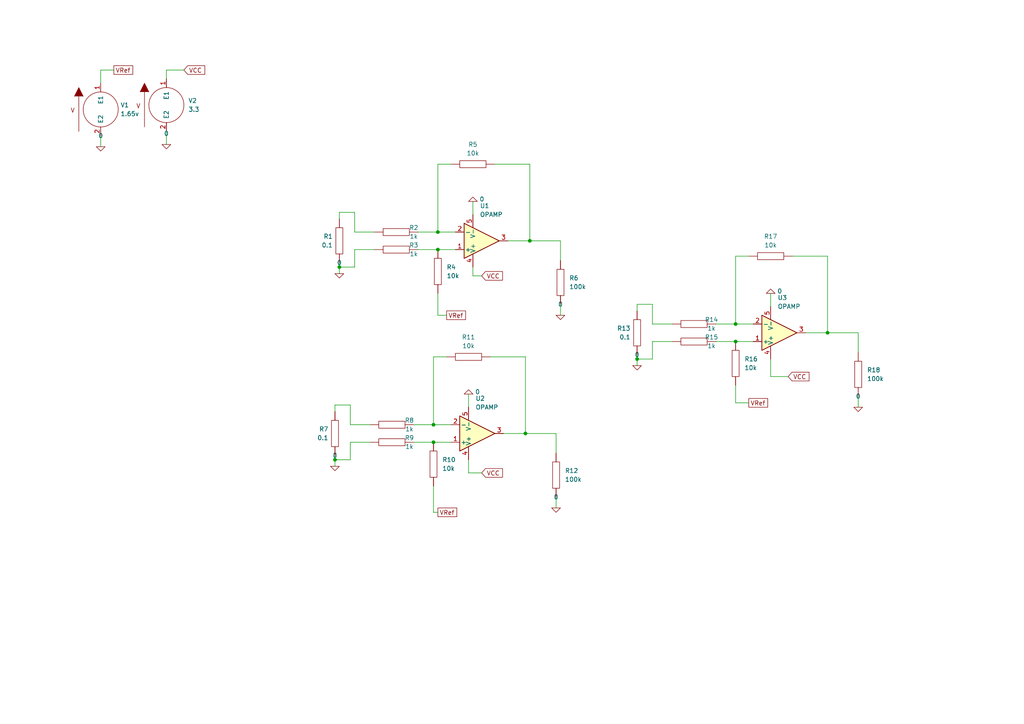
<source format=kicad_sch>
(kicad_sch (version 20211123) (generator eeschema)
  (paper "A4")
  (lib_symbols
    (symbol "pspice:0" (power) (pin_names (offset 0))
      (property "Value" "0" (at 0 -1.778 0))
      (symbol "0_0_1"
        (polyline (pts (xy -1.27 0) (xy 0 -1.27) (xy 1.27 0) (xy -1.27 0)))
      )
      (symbol "0_1_1"
        (pin power_in line (at 0 0 0) (length 0) hide (name "0") (number "1"))
      )
    )
    (symbol "pspice:OPAMP" (pin_names (offset 0.254))
      (property "Reference" "U" (at 3.81 3.175 0))
      (property "Value" "OPAMP" (at 3.81 -3.175 0))
      (symbol "OPAMP_0_1"
        (polyline (pts (xy 5.08 0) (xy -5.08 5.08) (xy -5.08 -5.08) (xy 5.08 0)) (stroke (width 0.254)) (fill (type background)))
      )
      (symbol "OPAMP_1_1"
        (pin input line (at -7.62 2.54 0) (length 2.54) (name "+") (number "1"))
        (pin input line (at -7.62 -2.54 0) (length 2.54) (name "-") (number "2"))
        (pin output line (at 7.62 0 180) (length 2.54) (name "~") (number "3"))
        (pin power_in line (at -2.54 7.62 270) (length 3.81) (name "V+") (number "4"))
        (pin power_in line (at -2.54 -7.62 90) (length 3.81) (name "V-") (number "5"))
      )
    )
    (symbol "pspice:R" (pin_numbers hide) (pin_names (offset 0))
      (property "Reference" "R" (at 2.032 0 90))
      (property "Value" "R" (at 0 0 90))
      (symbol "R_0_1"
        (rectangle (start -1.016 3.81) (end 1.016 -3.81))
      )
      (symbol "R_1_1"
        (pin passive line (at 0 6.35 270) (length 2.54) (name "~") (number "1"))
        (pin passive line (at 0 -6.35 90) (length 2.54) (name "~") (number "2"))
      )
    )
    (symbol "pspice:VSOURCE" (pin_names (offset 1.016))
      (property "Reference" "V" (at -6.35 7.62 0))
      (property "Value" "VSOURCE" (at 0 0 0))
      (symbol "VSOURCE_0_1"
        (polyline (pts (xy -6.35 -6.35) (xy -6.35 3.81)) (fill (type outline)))
        (polyline (pts (xy -7.62 3.81) (xy -6.35 6.35) (xy -5.08 3.81)) (fill (type outline)))
        (circle (center 0 0) (radius 5.08))
        (text "V" (at -8.128 -0.254 0) (effects (font (size 1.27 1.27))))
      )
      (symbol "VSOURCE_1_1"
        (pin input line (at 0 7.62 270) (length 2.54) (name "E1") (number "1"))
        (pin input line (at 0 -7.62 90) (length 2.54) (name "E2") (number "2"))
      )
    )
  )
  (junction (at 184.785 104.14))
  (junction (at 153.67 69.85))
  (junction (at 213.36 99.06))
  (junction (at 125.73 128.27))
  (junction (at 152.4 125.73))
  (junction (at 213.36 93.98))
  (junction (at 125.73 123.19))
  (junction (at 97.155 133.35))
  (junction (at 127 67.31))
  (junction (at 127 72.39))
  (junction (at 240.03 96.52))
  (junction (at 98.425 77.47))
  (wire (pts (xy 184.785 102.87) (xy 184.785 104.14)))
  (wire (pts (xy 229.87 74.295) (xy 240.03 74.295)))
  (wire (pts (xy 137.16 77.47) (xy 137.16 80.01)))
  (wire (pts (xy 127 72.39) (xy 132.08 72.39)))
  (wire (pts (xy 125.73 123.19) (xy 130.81 123.19)))
  (wire (pts (xy 162.56 88.265) (xy 162.56 91.44)))
  (wire (pts (xy 213.36 93.98) (xy 218.44 93.98)))
  (wire (pts (xy 184.785 104.14) (xy 184.785 106.045)))
  (wire (pts (xy 248.92 114.935) (xy 248.92 118.11)))
  (wire (pts (xy 233.68 96.52) (xy 240.03 96.52)))
  (wire (pts (xy 207.645 99.06) (xy 213.36 99.06)))
  (wire (pts (xy 125.73 103.505) (xy 125.73 123.19)))
  (wire (pts (xy 184.785 88.265) (xy 184.785 90.17)))
  (wire (pts (xy 135.89 114.3) (xy 135.89 118.11)))
  (wire (pts (xy 102.87 61.595) (xy 98.425 61.595)))
  (wire (pts (xy 162.56 69.85) (xy 162.56 75.565)))
  (wire (pts (xy 130.81 47.625) (xy 127 47.625)))
  (wire (pts (xy 101.6 117.475) (xy 97.155 117.475)))
  (wire (pts (xy 161.29 144.145) (xy 161.29 147.32)))
  (wire (pts (xy 228.6 109.22) (xy 223.52 109.22)))
  (wire (pts (xy 213.36 99.06) (xy 218.44 99.06)))
  (wire (pts (xy 189.23 88.265) (xy 184.785 88.265)))
  (wire (pts (xy 120.015 123.19) (xy 125.73 123.19)))
  (wire (pts (xy 48.26 38.1) (xy 48.26 41.91)))
  (wire (pts (xy 125.73 128.27) (xy 130.81 128.27)))
  (wire (pts (xy 137.16 80.01) (xy 139.7 80.01)))
  (wire (pts (xy 207.645 93.98) (xy 213.36 93.98)))
  (wire (pts (xy 194.945 93.98) (xy 189.23 93.98)))
  (wire (pts (xy 135.89 133.35) (xy 135.89 137.16)))
  (wire (pts (xy 248.92 96.52) (xy 248.92 102.235)))
  (wire (pts (xy 213.36 116.84) (xy 217.17 116.84)))
  (wire (pts (xy 98.425 77.47) (xy 98.425 79.375)))
  (wire (pts (xy 129.54 103.505) (xy 125.73 103.505)))
  (wire (pts (xy 223.52 109.22) (xy 223.52 104.14)))
  (wire (pts (xy 240.03 74.295) (xy 240.03 96.52)))
  (wire (pts (xy 101.6 123.19) (xy 101.6 117.475)))
  (wire (pts (xy 53.34 20.32) (xy 48.26 20.32)))
  (wire (pts (xy 97.155 117.475) (xy 97.155 119.38)))
  (wire (pts (xy 108.585 67.31) (xy 102.87 67.31)))
  (wire (pts (xy 153.67 69.85) (xy 162.56 69.85)))
  (wire (pts (xy 213.36 111.76) (xy 213.36 116.84)))
  (wire (pts (xy 48.26 20.32) (xy 48.26 22.86)))
  (wire (pts (xy 125.73 140.97) (xy 125.73 148.59)))
  (wire (pts (xy 189.23 104.14) (xy 184.785 104.14)))
  (wire (pts (xy 223.52 85.09) (xy 223.52 88.9)))
  (wire (pts (xy 121.285 72.39) (xy 127 72.39)))
  (wire (pts (xy 137.16 58.42) (xy 137.16 62.23)))
  (wire (pts (xy 146.05 125.73) (xy 152.4 125.73)))
  (wire (pts (xy 152.4 103.505) (xy 152.4 125.73)))
  (wire (pts (xy 97.155 132.08) (xy 97.155 133.35)))
  (wire (pts (xy 127 148.59) (xy 125.73 148.59)))
  (wire (pts (xy 213.36 74.295) (xy 213.36 93.98)))
  (wire (pts (xy 108.585 72.39) (xy 102.87 72.39)))
  (wire (pts (xy 101.6 128.27) (xy 101.6 133.35)))
  (wire (pts (xy 152.4 125.73) (xy 161.29 125.73)))
  (wire (pts (xy 142.24 103.505) (xy 152.4 103.505)))
  (wire (pts (xy 107.315 128.27) (xy 101.6 128.27)))
  (wire (pts (xy 98.425 61.595) (xy 98.425 63.5)))
  (wire (pts (xy 127 85.09) (xy 127 91.44)))
  (wire (pts (xy 189.23 93.98) (xy 189.23 88.265)))
  (wire (pts (xy 98.425 76.2) (xy 98.425 77.47)))
  (wire (pts (xy 240.03 96.52) (xy 248.92 96.52)))
  (wire (pts (xy 127 91.44) (xy 129.54 91.44)))
  (wire (pts (xy 102.87 77.47) (xy 98.425 77.47)))
  (wire (pts (xy 102.87 72.39) (xy 102.87 77.47)))
  (wire (pts (xy 135.89 137.16) (xy 139.7 137.16)))
  (wire (pts (xy 29.21 20.32) (xy 29.21 24.13)))
  (wire (pts (xy 143.51 47.625) (xy 153.67 47.625)))
  (wire (pts (xy 194.945 99.06) (xy 189.23 99.06)))
  (wire (pts (xy 120.015 128.27) (xy 125.73 128.27)))
  (wire (pts (xy 153.67 47.625) (xy 153.67 69.85)))
  (wire (pts (xy 33.02 20.32) (xy 29.21 20.32)))
  (wire (pts (xy 107.315 123.19) (xy 101.6 123.19)))
  (wire (pts (xy 97.155 133.35) (xy 97.155 135.255)))
  (wire (pts (xy 127 47.625) (xy 127 67.31)))
  (wire (pts (xy 102.87 67.31) (xy 102.87 61.595)))
  (wire (pts (xy 147.32 69.85) (xy 153.67 69.85)))
  (wire (pts (xy 101.6 133.35) (xy 97.155 133.35)))
  (wire (pts (xy 189.23 99.06) (xy 189.23 104.14)))
  (wire (pts (xy 121.285 67.31) (xy 127 67.31)))
  (wire (pts (xy 217.17 74.295) (xy 213.36 74.295)))
  (wire (pts (xy 29.21 39.37) (xy 29.21 42.545)))
  (wire (pts (xy 127 67.31) (xy 132.08 67.31)))
  (wire (pts (xy 161.29 125.73) (xy 161.29 131.445)))
  (global_label "VRef" (shape passive) (at 217.17 116.84 0) (property "Intersheet References" "${INTERSHEET_REFS}" (effects hide)))
  (global_label "VRef" (shape passive) (at 33.02 20.32 0) (property "Intersheet References" "${INTERSHEET_REFS}" (effects hide)))
  (global_label "VRef" (shape passive) (at 129.54 91.44 0) (property "Intersheet References" "${INTERSHEET_REFS}" (effects hide)))
  (global_label "VCC" (shape input) (at 53.34 20.32 0) (property "Intersheet References" "${INTERSHEET_REFS}" (effects hide)))
  (global_label "VRef" (shape passive) (at 127 148.59 0) (property "Intersheet References" "${INTERSHEET_REFS}" (effects hide)))
  (global_label "VCC" (shape input) (at 228.6 109.22 0) (property "Intersheet References" "${INTERSHEET_REFS}" (effects hide)))
  (global_label "VCC" (shape input) (at 139.7 137.16 0) (property "Intersheet References" "${INTERSHEET_REFS}" (effects hide)))
  (global_label "VCC" (shape input) (at 139.7 80.01 0) (property "Intersheet References" "${INTERSHEET_REFS}" (effects hide)))
  (symbol (lib_id "pspice:R") (at 137.16 47.625 90) (unit 1)
    (property "Reference" "R5" (at 137.16 41.91 90))
    (property "Value" "10k" (at 137.16 44.45 90))
  )
  (symbol (lib_id "pspice:R") (at 113.665 128.27 90) (unit 1)
    (property "Reference" "R9" (at 118.745 127 90))
    (property "Value" "1k" (at 118.745 129.54 90))
  )
  (symbol (lib_id "pspice:R") (at 98.425 69.85 0) (mirror x) (unit 1)
    (property "Reference" "R1" (at 96.52 68.5799 0) (effects (justify right)))
    (property "Value" "0.1" (at 96.52 71.1199 0) (effects (justify right)))
  )
  (symbol (lib_id "pspice:OPAMP") (at 138.43 125.73 0) (mirror x) (unit 1)
    (property "Reference" "U2" (at 137.9094 115.57 0) (effects (justify left)))
    (property "Value" "OPAMP" (at 137.9094 118.11 0) (effects (justify left)))
    (property "Spice_Primitive" "X" (effects hide))
    (property "Spice_Model" "uopamp_lvl2" (effects hide))
    (property "Spice_Netlist_Enabled" "Y" (effects hide))
    (property "Spice_Lib_File" "uopamp_v1.1.lib" (effects hide))
    (property "Spice_Node_Sequence" "1 2 4 5 3" (effects hide))
  )
  (symbol (lib_id "pspice:R") (at 113.665 123.19 90) (unit 1)
    (property "Reference" "R8" (at 118.745 121.92 90))
    (property "Value" "1k" (at 118.745 124.46 90))
  )
  (symbol (lib_id "pspice:0") (at 97.155 135.255 0) (unit 1)
    (property "Reference" "#GND06" (effects hide))
    (property "Value" "0" (at 97.155 132.08 0))
  )
  (symbol (lib_id "pspice:R") (at 127 78.74 0) (unit 1)
    (property "Reference" "R4" (at 129.54 77.4699 0) (effects (justify left)))
    (property "Value" "10k" (at 129.54 80.0099 0) (effects (justify left)))
    (property "Spice_Primitive" "R" (effects hide))
    (property "Spice_Model" "10k" (effects hide))
    (property "Spice_Netlist_Enabled" "Y" (effects hide))
  )
  (symbol (lib_id "pspice:R") (at 213.36 105.41 0) (unit 1)
    (property "Reference" "R16" (at 215.9 104.1399 0) (effects (justify left)))
    (property "Value" "10k" (at 215.9 106.6799 0) (effects (justify left)))
    (property "Spice_Primitive" "R" (effects hide))
    (property "Spice_Model" "10k" (effects hide))
    (property "Spice_Netlist_Enabled" "Y" (effects hide))
  )
  (symbol (lib_id "pspice:OPAMP") (at 226.06 96.52 0) (mirror x) (unit 1)
    (property "Reference" "U3" (at 225.5394 86.36 0) (effects (justify left)))
    (property "Value" "OPAMP" (at 225.5394 88.9 0) (effects (justify left)))
    (property "Spice_Primitive" "X" (effects hide))
    (property "Spice_Model" "uopamp_lvl2" (effects hide))
    (property "Spice_Netlist_Enabled" "Y" (effects hide))
    (property "Spice_Lib_File" "uopamp_v1.1.lib" (effects hide))
    (property "Spice_Node_Sequence" "1 2 4 5 3" (effects hide))
  )
  (symbol (lib_id "pspice:0") (at 248.92 118.11 0) (unit 1)
    (property "Reference" "#GND011" (effects hide))
    (property "Value" "0" (at 248.92 114.935 0))
  )
  (symbol (lib_id "pspice:R") (at 114.935 67.31 90) (unit 1)
    (property "Reference" "R2" (at 120.015 66.04 90))
    (property "Value" "1k" (at 120.015 68.58 90))
  )
  (symbol (lib_id "pspice:0") (at 223.52 85.09 180) (unit 1)
    (property "Reference" "#GND010" (effects hide))
    (property "Value" "0" (at 225.425 84.4549 0) (effects (justify right)))
  )
  (symbol (lib_id "pspice:R") (at 97.155 125.73 0) (mirror x) (unit 1)
    (property "Reference" "R7" (at 95.25 124.4599 0) (effects (justify right)))
    (property "Value" "0.1" (at 95.25 126.9999 0) (effects (justify right)))
  )
  (symbol (lib_id "pspice:R") (at 248.92 108.585 0) (unit 1)
    (property "Reference" "R18" (at 251.46 107.3149 0) (effects (justify left)))
    (property "Value" "100k" (at 251.46 109.8549 0) (effects (justify left)))
    (property "Spice_Primitive" "R" (effects hide))
    (property "Spice_Model" "100k" (effects hide))
    (property "Spice_Netlist_Enabled" "Y" (effects hide))
  )
  (symbol (lib_id "pspice:R") (at 125.73 134.62 0) (unit 1)
    (property "Reference" "R10" (at 128.27 133.3499 0) (effects (justify left)))
    (property "Value" "10k" (at 128.27 135.8899 0) (effects (justify left)))
    (property "Spice_Primitive" "R" (effects hide))
    (property "Spice_Model" "10k" (effects hide))
    (property "Spice_Netlist_Enabled" "Y" (effects hide))
  )
  (symbol (lib_id "pspice:R") (at 223.52 74.295 90) (unit 1)
    (property "Reference" "R17" (at 223.52 68.58 90))
    (property "Value" "10k" (at 223.52 71.12 90))
  )
  (symbol (lib_id "pspice:0") (at 48.26 41.91 0) (unit 1)
    (property "Reference" "#GND04" (effects hide))
    (property "Value" "0" (at 48.26 38.735 0))
  )
  (symbol (lib_id "pspice:0") (at 184.785 106.045 0) (unit 1)
    (property "Reference" "#GND09" (effects hide))
    (property "Value" "0" (at 184.785 102.87 0))
  )
  (symbol (lib_id "pspice:0") (at 135.89 114.3 180) (unit 1)
    (property "Reference" "#GND07" (effects hide))
    (property "Value" "0" (at 137.795 113.6649 0) (effects (justify right)))
  )
  (symbol (lib_id "pspice:0") (at 162.56 91.44 0) (unit 1)
    (property "Reference" "#GND05" (effects hide))
    (property "Value" "0" (at 162.56 88.265 0))
  )
  (symbol (lib_id "pspice:0") (at 161.29 147.32 0) (unit 1)
    (property "Reference" "#GND08" (effects hide))
    (property "Value" "0" (at 161.29 144.145 0))
  )
  (symbol (lib_id "pspice:R") (at 135.89 103.505 90) (unit 1)
    (property "Reference" "R11" (at 135.89 97.79 90))
    (property "Value" "10k" (at 135.89 100.33 90))
  )
  (symbol (lib_id "pspice:VSOURCE") (at 29.21 31.75 0) (unit 1)
    (property "Reference" "V1" (at 34.925 30.4799 0) (effects (justify left)))
    (property "Value" "1.65v" (at 34.925 33.0199 0) (effects (justify left)))
  )
  (symbol (lib_id "pspice:R") (at 114.935 72.39 90) (unit 1)
    (property "Reference" "R3" (at 120.015 71.12 90))
    (property "Value" "1k" (at 120.015 73.66 90))
  )
  (symbol (lib_id "pspice:0") (at 98.425 79.375 0) (unit 1)
    (property "Reference" "#GND01" (effects hide))
    (property "Value" "0" (at 98.425 76.2 0))
  )
  (symbol (lib_id "pspice:OPAMP") (at 139.7 69.85 0) (mirror x) (unit 1)
    (property "Reference" "U1" (at 139.1794 59.69 0) (effects (justify left)))
    (property "Value" "OPAMP" (at 139.1794 62.23 0) (effects (justify left)))
    (property "Spice_Primitive" "X" (effects hide))
    (property "Spice_Model" "uopamp_lvl2" (effects hide))
    (property "Spice_Netlist_Enabled" "Y" (effects hide))
    (property "Spice_Lib_File" "uopamp_v1.1.lib" (effects hide))
    (property "Spice_Node_Sequence" "1 2 4 5 3" (effects hide))
  )
  (symbol (lib_id "pspice:VSOURCE") (at 48.26 30.48 0) (unit 1)
    (property "Reference" "V2" (at 54.61 29.2099 0) (effects (justify left)))
    (property "Value" "3.3v" (at 54.61 31.7499 0) (effects (justify left)))
    (property "Spice_Primitive" "V" (effects hide))
    (property "Spice_Model" "dc 3.3" (effects hide))
    (property "Spice_Netlist_Enabled" "Y" (effects hide))
  )
  (symbol (lib_id "pspice:R") (at 201.295 99.06 90) (unit 1)
    (property "Reference" "R15" (at 206.375 97.79 90))
    (property "Value" "1k" (at 206.375 100.33 90))
  )
  (symbol (lib_id "pspice:R") (at 184.785 96.52 0) (mirror x) (unit 1)
    (property "Reference" "R13" (at 182.88 95.2499 0) (effects (justify right)))
    (property "Value" "0.1" (at 182.88 97.7899 0) (effects (justify right)))
  )
  (symbol (lib_id "pspice:0") (at 137.16 58.42 180) (unit 1)
    (property "Reference" "#GND03" (effects hide))
    (property "Value" "0" (at 139.065 57.7849 0) (effects (justify right)))
  )
  (symbol (lib_id "pspice:R") (at 162.56 81.915 0) (unit 1)
    (property "Reference" "R6" (at 165.1 80.6449 0) (effects (justify left)))
    (property "Value" "100k" (at 165.1 83.1849 0) (effects (justify left)))
    (property "Spice_Primitive" "R" (effects hide))
    (property "Spice_Model" "100k" (effects hide))
    (property "Spice_Netlist_Enabled" "Y" (effects hide))
  )
  (symbol (lib_id "pspice:R") (at 161.29 137.795 0) (unit 1)
    (property "Reference" "R12" (at 163.83 136.5249 0) (effects (justify left)))
    (property "Value" "100k" (at 163.83 139.0649 0) (effects (justify left)))
    (property "Spice_Primitive" "R" (effects hide))
    (property "Spice_Model" "100k" (effects hide))
    (property "Spice_Netlist_Enabled" "Y" (effects hide))
  )
  (symbol (lib_id "pspice:R") (at 201.295 93.98 90) (unit 1)
    (property "Reference" "R14" (at 206.375 92.71 90))
    (property "Value" "1k" (at 206.375 95.25 90))
  )
  (symbol (lib_id "pspice:0") (at 29.21 42.545 0) (unit 1)
    (property "Reference" "#GND02" (effects hide))
    (property "Value" "0" (at 29.21 39.37 0))
  )
)
</source>
